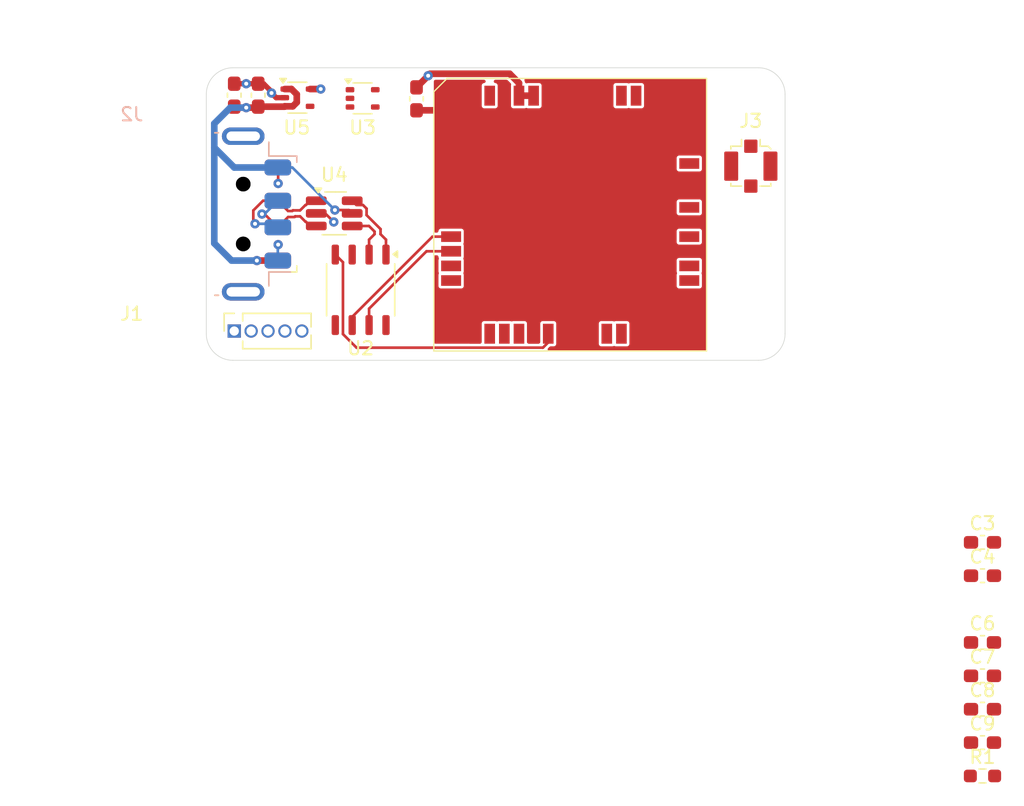
<source format=kicad_pcb>
(kicad_pcb (version 20241229) (generator "pcbnew") (generator_version "9.0")
  (layers (0 "F.Cu" signal) (4 "In1.Cu" signal) (6 "In2.Cu" signal) (8 "In3.Cu" signal) (10 "In4.Cu" signal) (2 "B.Cu" signal) (13 "F.Paste" user) (15 "B.Paste" user) (5 "F.SilkS" user "F.Silkscreen") (7 "B.SilkS" user "B.Silkscreen") (1 "F.Mask" user) (3 "B.Mask" user) (25 "Edge.Cuts" user))
  (net 0 "")
  (net 1 "GND")
  (net 2 "VBUS")
  (net 3 "+3V3")
  (net 4 "+BATT")
  (net 5 "/DN")
  (net 6 "/DP")
  (net 11 "/CTX")
  (net 15 "/PPS")
  (net 26 "/CRX")
  (net 33 "/DTP")
  (net 34 "/DTN")
  (footprint "Connector_USB:USB_A_Molex_48037-2200_Horizontal" (layer "F.Cu") (at 117 90 180)
    (property "Reference" "J1" (at 0 -7.5 0) (layer "F.SilkS"))
    (property "Value" "USB_A")
    (fp_line (start -6.515 6.11) (end -6.245 6.11) (stroke (width 0.12)) (layer "F.SilkS"))
    (fp_line (start -6.515 -6.11) (end -6.245 -6.11) (stroke (width 0.12)) (layer "F.SilkS"))
    (fp_line (start -10.3 4.36) (end -10.3 5.4) (stroke (width 0.12)) (layer "F.SilkS"))
    (fp_line (start -10.3 -5.4) (end -10.3 -4.36) (stroke (width 0.12)) (layer "F.SilkS"))
    (fp_line (start -11.92 4.36) (end -10.3 4.36) (stroke (width 0.12)) (layer "F.SilkS"))
    (fp_line (start -12.4 -4.36) (end -10.3 -4.36) (stroke (width 0.12)) (layer "F.SilkS"))
    (fp_line (start -12.4 -4.36) (end -12.4 -3.9) (stroke (width 0.12)) (layer "F.SilkS"))
    (pad "" np_thru_hole circle (at -8.375 -2.25 180) (size 1.1 1.1) (drill 1.1) (layers "*.Mask"))
    (pad "" np_thru_hole circle (at -8.375 2.25 180) (size 1.1 1.1) (drill 1.1) (layers "*.Mask"))
    (pad "1" smd roundrect (at -10.975 -3.5 180) (size 2 1.2) (layers "F.Cu" "F.Mask" "F.Paste") (net 2 "VBUS"))
    (pad "2" smd roundrect (at -10.975 -1 180) (size 2 1.2) (layers "F.Cu" "F.Mask" "F.Paste") (net 5 "/DN"))
    (pad "3" smd roundrect (at -10.975 1 180) (size 2 1.2) (layers "F.Cu" "F.Mask" "F.Paste") (net 6 "/DP"))
    (pad "4" smd roundrect (at -10.975 3.5 180) (size 2 1.2) (layers "F.Cu" "F.Mask" "F.Paste") (net 1 "GND"))
    (pad "5" thru_hole oval (at -8.375 -5.85 180) (size 3.2 1.3) (drill oval 2.5 0.7) (property pad_prop_heatsink) (layers "*.Cu" "*.Mask") (net 1 "GND"))
    (pad "5" thru_hole oval (at -8.375 5.85 180) (size 3.2 1.3) (drill oval 2.5 0.7) (property pad_prop_heatsink) (layers "*.Cu" "*.Mask") (net 1 "GND"))
  )
  (footprint "Resistor_SMD:R_0603_1608Metric_Pad0.98x0.95mm_HandSolder" (layer "F.Cu") (at 180.9375 132.26)
    (property "Reference" "R1" (at 0 -1.43 0) (layer "F.SilkS"))
    (property "Value" "R_Small")
    (fp_line (start -0.254724 -0.5225) (end 0.254724 -0.5225) (stroke (width 0.12)) (layer "F.SilkS"))
    (fp_line (start -0.254724 0.5225) (end 0.254724 0.5225) (stroke (width 0.12)) (layer "F.SilkS"))
    (pad "1" smd roundrect (at -0.9125 0) (size 0.975 0.95) (layers "F.Cu" "F.Mask" "F.Paste"))
    (pad "2" smd roundrect (at 0.9125 0) (size 0.975 0.95) (layers "F.Cu" "F.Mask" "F.Paste"))
  )
  (footprint "Package_SO:JEITA_SOIC-8_3.9x4.9mm_P1.27mm" (layer "F.Cu") (at 134.2 95.7 -90)
    (property "Reference" "U2" (at 4.4 0 180) (layer "F.SilkS"))
    (property "Value" "CH340N")
    (fp_line (start 0 2.56) (end -1.95 2.56) (stroke (width 0.12)) (layer "F.SilkS"))
    (fp_line (start 0 2.56) (end 1.95 2.56) (stroke (width 0.12)) (layer "F.SilkS"))
    (fp_line (start 0 -2.56) (end -1.95 -2.56) (stroke (width 0.12)) (layer "F.SilkS"))
    (fp_line (start 0 -2.56) (end 1.95 -2.56) (stroke (width 0.12)) (layer "F.SilkS"))
    (fp_poly (pts (xy -2.675 -2.44) (xy -2.915 -2.77) (xy -2.435 -2.77)) (stroke (width 0.12)) (fill yes) (layer "F.SilkS"))
    (pad "1" smd roundrect (at -2.65 -1.905 270) (size 1.5 0.55) (layers "F.Cu" "F.Mask" "F.Paste") (net 33 "/DTP"))
    (pad "2" smd roundrect (at -2.65 -0.635 270) (size 1.5 0.55) (layers "F.Cu" "F.Mask" "F.Paste") (net 34 "/DTN"))
    (pad "3" smd roundrect (at -2.65 0.635 270) (size 1.5 0.55) (layers "F.Cu" "F.Mask" "F.Paste") (net 1 "GND"))
    (pad "4" smd roundrect (at -2.65 1.905 270) (size 1.5 0.55) (layers "F.Cu" "F.Mask" "F.Paste") (net 15 "/PPS"))
    (pad "5" smd roundrect (at 2.65 1.905 270) (size 1.5 0.55) (layers "F.Cu" "F.Mask" "F.Paste"))
    (pad "6" smd roundrect (at 2.65 0.635 270) (size 1.5 0.55) (layers "F.Cu" "F.Mask" "F.Paste") (net 11 "/CTX"))
    (pad "7" smd roundrect (at 2.65 -0.635 270) (size 1.5 0.55) (layers "F.Cu" "F.Mask" "F.Paste") (net 26 "/CRX"))
    (pad "8" smd roundrect (at 2.65 -1.905 270) (size 1.5 0.55) (layers "F.Cu" "F.Mask" "F.Paste"))
  )
  (footprint "Connector_Coaxial:U.FL_Molex_MCRF_73412-0110_Vertical" (layer "F.Cu") (at 163.525 86.4)
    (property "Reference" "J3" (at 0 -3.4 0) (layer "F.SilkS"))
    (property "Value" "U.Fl")
    (fp_line (start -1.5 -1.5) (end -0.7 -1.5) (stroke (width 0.12)) (layer "F.SilkS"))
    (fp_line (start -1.5 -1.3) (end -1.5 -1.5) (stroke (width 0.12)) (layer "F.SilkS"))
    (fp_line (start -1.5 1.5) (end -1.5 1.3) (stroke (width 0.12)) (layer "F.SilkS"))
    (fp_line (start -0.7 -1.5) (end -0.7 -2) (stroke (width 0.12)) (layer "F.SilkS"))
    (fp_line (start -0.7 1.5) (end -1.5 1.5) (stroke (width 0.12)) (layer "F.SilkS"))
    (fp_line (start 0.7 -1.5) (end 0.7 -2) (stroke (width 0.12)) (layer "F.SilkS"))
    (fp_line (start 0.7 -1.5) (end 1.3 -1.5) (stroke (width 0.12)) (layer "F.SilkS"))
    (fp_line (start 1.3 -1.5) (end 1.5 -1.3) (stroke (width 0.12)) (layer "F.SilkS"))
    (fp_line (start 1.5 1.3) (end 1.5 1.5) (stroke (width 0.12)) (layer "F.SilkS"))
    (fp_line (start 1.5 1.5) (end 0.7 1.5) (stroke (width 0.12)) (layer "F.SilkS"))
    (pad "1" smd roundrect (at 0 1.5 180) (size 1 1) (layers "F.Cu" "F.Mask" "F.Paste") (roundrect_rratio 0.1))
    (pad "2" smd roundrect (at -1.475 0 180) (size 1.05 2.2) (layers "F.Cu" "F.Mask" "F.Paste") (roundrect_rratio 0.1))
    (pad "2" smd roundrect (at 0 -1.5 180) (size 1 1) (layers "F.Cu" "F.Mask" "F.Paste") (roundrect_rratio 0.1))
    (pad "2" smd roundrect (at 1.475 0 180) (size 1.05 2.2) (layers "F.Cu" "F.Mask" "F.Paste") (roundrect_rratio 0.1))
  )
  (footprint "Capacitor_SMD:C_0603_1608Metric_Pad1.08x0.95mm_HandSolder" (layer "F.Cu") (at 180.9375 122.22)
    (property "Reference" "C6" (at 0 -1.43 0) (layer "F.SilkS"))
    (property "Value" "100n")
    (fp_line (start -0.146267 -0.51) (end 0.146267 -0.51) (stroke (width 0.12)) (layer "F.SilkS"))
    (fp_line (start -0.146267 0.51) (end 0.146267 0.51) (stroke (width 0.12)) (layer "F.SilkS"))
    (pad "1" smd roundrect (at -0.8625 0) (size 1.075 0.95) (layers "F.Cu" "F.Mask" "F.Paste") (net 2 "VBUS"))
    (pad "2" smd roundrect (at 0.8625 0) (size 1.075 0.95) (layers "F.Cu" "F.Mask" "F.Paste") (net 1 "GND"))
  )
  (footprint "Capacitor_SMD:C_0603_1608Metric_Pad1.08x0.95mm_HandSolder" (layer "F.Cu") (at 180.9375 129.75)
    (property "Reference" "C9" (at 0 -1.43 0) (layer "F.SilkS"))
    (property "Value" "100n")
    (fp_line (start -0.146267 -0.51) (end 0.146267 -0.51) (stroke (width 0.12)) (layer "F.SilkS"))
    (fp_line (start -0.146267 0.51) (end 0.146267 0.51) (stroke (width 0.12)) (layer "F.SilkS"))
    (pad "1" smd roundrect (at -0.8625 0) (size 1.075 0.95) (layers "F.Cu" "F.Mask" "F.Paste") (net 4 "+BATT"))
    (pad "2" smd roundrect (at 0.8625 0) (size 1.075 0.95) (layers "F.Cu" "F.Mask" "F.Paste") (net 1 "GND"))
  )
  (footprint "Package_TO_SOT_SMD:SOT-23-6_Handsoldering" (layer "F.Cu") (at 132.215116 89.95)
    (property "Reference" "U4" (at 0 -2.9 0) (layer "F.SilkS"))
    (property "Value" "USBLC6-2SC6")
    (fp_line (start -0.9 1.61) (end 0.9 1.61) (stroke (width 0.12)) (layer "F.SilkS"))
    (fp_line (start 0.1 -1.61) (end -0.7 -1.61) (stroke (width 0.12)) (layer "F.SilkS"))
    (fp_line (start 0.1 -1.61) (end 0.9 -1.61) (stroke (width 0.12)) (layer "F.SilkS"))
    (fp_poly (pts (xy -1.2 -1.56) (xy -1.44 -1.89) (xy -0.96 -1.89) (xy -1.2 -1.56)) (stroke (width 0.12)) (fill yes) (layer "F.SilkS"))
    (pad "1" smd roundrect (at -1.35 -0.95) (size 1.56 0.65) (layers "F.Cu" "F.Mask" "F.Paste") (net 6 "/DP"))
    (pad "2" smd roundrect (at -1.35 0) (size 1.56 0.65) (layers "F.Cu" "F.Mask" "F.Paste") (net 1 "GND"))
    (pad "3" smd roundrect (at -1.35 0.95) (size 1.56 0.65) (layers "F.Cu" "F.Mask" "F.Paste") (net 5 "/DN"))
    (pad "4" smd roundrect (at 1.35 0.95) (size 1.56 0.65) (layers "F.Cu" "F.Mask" "F.Paste") (net 34 "/DTN"))
    (pad "5" smd roundrect (at 1.35 0) (size 1.56 0.65) (layers "F.Cu" "F.Mask" "F.Paste") (net 2 "VBUS"))
    (pad "6" smd roundrect (at 1.35 -0.95) (size 1.56 0.65) (layers "F.Cu" "F.Mask" "F.Paste") (net 33 "/DTP"))
  )
  (footprint "Connector_PinSocket_1.27mm:PinSocket_1x05_P1.27mm_Vertical" (layer "F.Cu") (at 124.7 98.8 90)
    (property "Reference" "J4" (hide yes))
    (property "Value" "EXT")
    (fp_line (start 1.33 -0.76) (end 1.33 0) (stroke (width 0.12)) (layer "F.SilkS"))
    (fp_line (start 0 -0.76) (end 1.33 -0.76) (stroke (width 0.12)) (layer "F.SilkS"))
    (fp_line (start 1.33 0.635) (end 1.33 5.775) (stroke (width 0.12)) (layer "F.SilkS"))
    (fp_line (start 0.76 0.635) (end 1.33 0.635) (stroke (width 0.12)) (layer "F.SilkS"))
    (fp_line (start -1.33 0.635) (end -0.76 0.635) (stroke (width 0.12)) (layer "F.SilkS"))
    (fp_line (start -1.33 0.635) (end -1.33 5.775) (stroke (width 0.12)) (layer "F.SilkS"))
    (fp_line (start 0.30753 5.775) (end 1.33 5.775) (stroke (width 0.12)) (layer "F.SilkS"))
    (fp_line (start -1.33 5.775) (end -0.30753 5.775) (stroke (width 0.12)) (layer "F.SilkS"))
    (pad "1" thru_hole rect (at 0 0 90) (size 1 1) (drill 0.7) (layers "*.Cu" "*.Mask"))
    (pad "2" thru_hole circle (at 0 1.27 90) (size 1 1) (drill 0.7) (layers "*.Cu" "*.Mask"))
    (pad "3" thru_hole circle (at 0 2.54 90) (size 1 1) (drill 0.7) (layers "*.Cu" "*.Mask"))
    (pad "4" thru_hole circle (at 0 3.81 90) (size 1 1) (drill 0.7) (layers "*.Cu" "*.Mask"))
    (pad "5" thru_hole circle (at 0 5.08 90) (size 1 1) (drill 0.7) (layers "*.Cu" "*.Mask"))
  )
  (footprint "Capacitor_SMD:C_0603_1608Metric_Pad1.08x0.95mm_HandSolder" (layer "F.Cu") (at 180.9375 117.2)
    (property "Reference" "C4" (at 0 -1.43 0) (layer "F.SilkS"))
    (property "Value" "100n")
    (fp_line (start -0.146267 -0.51) (end 0.146267 -0.51) (stroke (width 0.12)) (layer "F.SilkS"))
    (fp_line (start -0.146267 0.51) (end 0.146267 0.51) (stroke (width 0.12)) (layer "F.SilkS"))
    (pad "1" smd roundrect (at -0.8625 0) (size 1.075 0.95) (layers "F.Cu" "F.Mask" "F.Paste") (net 3 "+3V3"))
    (pad "2" smd roundrect (at 0.8625 0) (size 1.075 0.95) (layers "F.Cu" "F.Mask" "F.Paste") (net 1 "GND"))
  )
  (footprint "Capacitor_SMD:C_0603_1608Metric_Pad1.08x0.95mm_HandSolder" (layer "F.Cu") (at 180.9375 114.69)
    (property "Reference" "C3" (at 0 -1.43 0) (layer "F.SilkS"))
    (property "Value" "4.7u")
    (fp_line (start -0.146267 -0.51) (end 0.146267 -0.51) (stroke (width 0.12)) (layer "F.SilkS"))
    (fp_line (start -0.146267 0.51) (end 0.146267 0.51) (stroke (width 0.12)) (layer "F.SilkS"))
    (pad "1" smd roundrect (at -0.8625 0) (size 1.075 0.95) (layers "F.Cu" "F.Mask" "F.Paste") (net 3 "+3V3"))
    (pad "2" smd roundrect (at 0.8625 0) (size 1.075 0.95) (layers "F.Cu" "F.Mask" "F.Paste") (net 1 "GND"))
  )
  (footprint "Capacitor_SMD:C_0603_1608Metric_Pad1.08x0.95mm_HandSolder" (layer "F.Cu") (at 180.9375 127.24)
    (property "Reference" "C8" (at 0 -1.43 0) (layer "F.SilkS"))
    (property "Value" "4.7u")
    (fp_line (start -0.146267 -0.51) (end 0.146267 -0.51) (stroke (width 0.12)) (layer "F.SilkS"))
    (fp_line (start -0.146267 0.51) (end 0.146267 0.51) (stroke (width 0.12)) (layer "F.SilkS"))
    (pad "1" smd roundrect (at -0.8625 0) (size 1.075 0.95) (layers "F.Cu" "F.Mask" "F.Paste") (net 4 "+BATT"))
    (pad "2" smd roundrect (at 0.8625 0) (size 1.075 0.95) (layers "F.Cu" "F.Mask" "F.Paste") (net 1 "GND"))
  )
  (footprint "Capacitor_SMD:C_0603_1608Metric_Pad1.08x0.95mm_HandSolder" (layer "F.Cu") (at 138.4 81.3375 90)
    (property "Reference" "C5" (hide yes))
    (property "Value" "100n")
    (fp_line (start -0.146267 -0.51) (end 0.146267 -0.51) (stroke (width 0.12)) (layer "F.SilkS"))
    (fp_line (start -0.146267 0.51) (end 0.146267 0.51) (stroke (width 0.12)) (layer "F.SilkS"))
    (pad "1" smd roundrect (at -0.8625 0 90) (size 1.075 0.95) (layers "F.Cu" "F.Mask" "F.Paste") (net 1 "GND"))
    (pad "2" smd roundrect (at 0.8625 0 90) (size 1.075 0.95) (layers "F.Cu" "F.Mask" "F.Paste") (net 3 "+3V3"))
  )
  (footprint "Capacitor_SMD:C_0603_1608Metric_Pad1.08x0.95mm_HandSolder" (layer "F.Cu") (at 124.7 81.0625 90)
    (property "Reference" "C2" (hide yes))
    (property "Value" "100n")
    (fp_line (start -0.146267 -0.51) (end 0.146267 -0.51) (stroke (width 0.12)) (layer "F.SilkS"))
    (fp_line (start -0.146267 0.51) (end 0.146267 0.51) (stroke (width 0.12)) (layer "F.SilkS"))
    (pad "1" smd roundrect (at -0.8625 0 90) (size 1.075 0.95) (layers "F.Cu" "F.Mask" "F.Paste") (net 2 "VBUS"))
    (pad "2" smd roundrect (at 0.8625 0 90) (size 1.075 0.95) (layers "F.Cu" "F.Mask" "F.Paste") (net 1 "GND"))
  )
  (footprint "Package_TO_SOT_SMD:SOT-353_SC-70-5" (layer "F.Cu") (at 129.45 81.25)
    (property "Reference" "U5" (at -0.05 2.25 0) (layer "F.SilkS"))
    (property "Value" "MIC5365-3.3YC5")
    (fp_line (start -0.71 -1.16) (end 0.7 -1.16) (stroke (width 0.12)) (layer "F.SilkS"))
    (fp_line (start -0.7 1.16) (end 0.7 1.16) (stroke (width 0.12)) (layer "F.SilkS"))
    (fp_poly (pts (xy -1.08 -1.11) (xy -1.32 -1.44) (xy -0.84 -1.44) (xy -1.08 -1.11)) (stroke (width 0.12)) (fill yes) (layer "F.SilkS"))
    (pad "1" smd roundrect (at -0.95 -0.65) (size 0.65 0.4) (layers "F.Cu" "F.Mask" "F.Paste") (net 2 "VBUS"))
    (pad "2" smd roundrect (at -0.95 0) (size 0.65 0.4) (layers "F.Cu" "F.Mask" "F.Paste") (net 1 "GND"))
    (pad "3" smd roundrect (at -0.95 0.65) (size 0.65 0.4) (layers "F.Cu" "F.Mask" "F.Paste") (net 2 "VBUS"))
    (pad "4" smd roundrect (at 0.95 0.65) (size 0.65 0.4) (layers "F.Cu" "F.Mask" "F.Paste"))
    (pad "5" smd roundrect (at 0.95 -0.65) (size 0.65 0.4) (layers "F.Cu" "F.Mask" "F.Paste") (net 3 "+3V3"))
  )
  (footprint "Package_TO_SOT_SMD:SOT-353_SC-70-5" (layer "F.Cu") (at 134.35 81.3)
    (property "Reference" "U3" (at 0 2.2 0) (layer "F.SilkS"))
    (property "Value" "MIC5365-2.85YC5")
    (fp_line (start -0.71 -1.16) (end 0.7 -1.16) (stroke (width 0.12)) (layer "F.SilkS"))
    (fp_line (start -0.7 1.16) (end 0.7 1.16) (stroke (width 0.12)) (layer "F.SilkS"))
    (fp_poly (pts (xy -1.08 -1.11) (xy -1.32 -1.44) (xy -0.84 -1.44) (xy -1.08 -1.11)) (stroke (width 0.12)) (fill yes) (layer "F.SilkS"))
    (pad "1" smd roundrect (at -0.95 -0.65) (size 0.65 0.4) (layers "F.Cu" "F.Mask" "F.Paste") (net 2 "VBUS"))
    (pad "2" smd roundrect (at -0.95 0) (size 0.65 0.4) (layers "F.Cu" "F.Mask" "F.Paste") (net 1 "GND"))
    (pad "3" smd roundrect (at -0.95 0.65) (size 0.65 0.4) (layers "F.Cu" "F.Mask" "F.Paste") (net 2 "VBUS"))
    (pad "4" smd roundrect (at 0.95 0.65) (size 0.65 0.4) (layers "F.Cu" "F.Mask" "F.Paste"))
    (pad "5" smd roundrect (at 0.95 -0.65) (size 0.65 0.4) (layers "F.Cu" "F.Mask" "F.Paste") (net 4 "+BATT"))
  )
  (footprint "Capacitor_SMD:C_0603_1608Metric_Pad1.08x0.95mm_HandSolder" (layer "F.Cu") (at 126.5 81.0625 90)
    (property "Reference" "C1" (hide yes))
    (property "Value" "4.7u")
    (fp_line (start -0.146267 -0.51) (end 0.146267 -0.51) (stroke (width 0.12)) (layer "F.SilkS"))
    (fp_line (start -0.146267 0.51) (end 0.146267 0.51) (stroke (width 0.12)) (layer "F.SilkS"))
    (pad "1" smd roundrect (at -0.8625 0 90) (size 1.075 0.95) (layers "F.Cu" "F.Mask" "F.Paste") (net 2 "VBUS"))
    (pad "2" smd roundrect (at 0.8625 0 90) (size 1.075 0.95) (layers "F.Cu" "F.Mask" "F.Paste") (net 1 "GND"))
  )
  (footprint "DAN-F10N:DAN-F10N" (layer "F.Cu") (at 149.95 90.05)
    (property "Reference" "U1")
    (property "Value" "DAN-F10N")
    (fp_line (start -10.25 -9.25) (end -10.25 10.25) (stroke (width 0.1)) (layer "F.SilkS"))
    (fp_line (start -10.25 10.25) (end 10.25 10.25) (stroke (width 0.1)) (layer "F.SilkS"))
    (fp_line (start -9.25 -10.25) (end -10.25 -9.25) (stroke (width 0.1)) (layer "F.SilkS"))
    (fp_line (start 10.25 -10.25) (end -9.25 -10.25) (stroke (width 0.1)) (layer "F.SilkS"))
    (fp_line (start 10.25 10.25) (end 10.25 -10.25) (stroke (width 0.1)) (layer "F.SilkS"))
    (pad "1" smd rect (at -8.95 -7.15) (size 1.5 0.8) (layers "F.Cu" "F.Mask" "F.Paste") (net 1 "GND"))
    (pad "2" smd rect (at -8.95 -6.05) (size 1.5 0.8) (layers "F.Cu" "F.Mask" "F.Paste") (net 1 "GND"))
    (pad "3" smd rect (at -8.95 -4.95) (size 1.5 0.8) (layers "F.Cu" "F.Mask" "F.Paste") (net 1 "GND"))
    (pad "4" smd rect (at -8.95 -3.85) (size 1.5 0.8) (layers "F.Cu" "F.Mask" "F.Paste") (net 1 "GND"))
    (pad "5" smd rect (at -8.95 -2.75) (size 1.5 0.8) (layers "F.Cu" "F.Mask" "F.Paste") (net 1 "GND"))
    (pad "6" smd rect (at -8.95 -1.65) (size 1.5 0.8) (layers "F.Cu" "F.Mask" "F.Paste") (net 1 "GND"))
    (pad "7" smd rect (at -8.95 -0.55) (size 1.5 0.8) (layers "F.Cu" "F.Mask" "F.Paste") (net 1 "GND"))
    (pad "8" smd rect (at -8.95 0.55) (size 1.5 0.8) (layers "F.Cu" "F.Mask" "F.Paste") (net 1 "GND"))
    (pad "9" smd rect (at -8.95 1.65) (size 1.5 0.8) (layers "F.Cu" "F.Mask" "F.Paste") (net 11 "/CTX"))
    (pad "10" smd rect (at -8.95 2.75) (size 1.5 0.8) (layers "F.Cu" "F.Mask" "F.Paste") (net 26 "/CRX"))
    (pad "11" smd rect (at -8.95 3.85) (size 1.5 0.8) (layers "F.Cu" "F.Mask" "F.Paste"))
    (pad "12" smd rect (at -8.95 4.95) (size 1.5 0.8) (layers "F.Cu" "F.Mask" "F.Paste"))
    (pad "13" smd rect (at -8.95 6.05) (size 1.5 0.8) (layers "F.Cu" "F.Mask" "F.Paste") (net 1 "GND"))
    (pad "14" smd rect (at -8.95 7.15) (size 1.5 0.8) (layers "F.Cu" "F.Mask" "F.Paste") (net 1 "GND"))
    (pad "15" smd rect (at -7.15 8.95 90) (size 1.5 0.8) (layers "F.Cu" "F.Mask" "F.Paste") (net 1 "GND"))
    (pad "16" smd rect (at -6.05 8.95 90) (size 1.5 0.8) (layers "F.Cu" "F.Mask" "F.Paste"))
    (pad "17" smd rect (at -4.95 8.95 90) (size 1.5 0.8) (layers "F.Cu" "F.Mask" "F.Paste"))
    (pad "18" smd rect (at -3.85 8.95 90) (size 1.5 0.8) (layers "F.Cu" "F.Mask" "F.Paste"))
    (pad "19" smd rect (at -2.75 8.95 90) (size 1.5 0.8) (layers "F.Cu" "F.Mask" "F.Paste") (net 1 "GND"))
    (pad "20" smd rect (at -1.65 8.95 90) (size 1.5 0.8) (layers "F.Cu" "F.Mask" "F.Paste") (net 15 "/PPS"))
    (pad "21" smd rect (at -0.55 8.95 90) (size 1.5 0.8) (layers "F.Cu" "F.Mask" "F.Paste") (net 1 "GND"))
    (pad "22" smd rect (at 0.55 8.95 90) (size 1.5 0.8) (layers "F.Cu" "F.Mask" "F.Paste") (net 1 "GND"))
    (pad "23" smd rect (at 1.65 8.95 90) (size 1.5 0.8) (layers "F.Cu" "F.Mask" "F.Paste") (net 1 "GND"))
    (pad "24" smd rect (at 2.75 8.95 90) (size 1.5 0.8) (layers "F.Cu" "F.Mask" "F.Paste"))
    (pad "25" smd rect (at 3.85 8.95 90) (size 1.5 0.8) (layers "F.Cu" "F.Mask" "F.Paste"))
    (pad "26" smd rect (at 4.95 8.95 90) (size 1.5 0.8) (layers "F.Cu" "F.Mask" "F.Paste") (net 1 "GND"))
    (pad "27" smd rect (at 6.05 8.95 90) (size 1.5 0.8) (layers "F.Cu" "F.Mask" "F.Paste") (net 1 "GND"))
    (pad "28" smd rect (at 7.15 8.95 90) (size 1.5 0.8) (layers "F.Cu" "F.Mask" "F.Paste") (net 1 "GND"))
    (pad "29" smd rect (at 8.95 7.15 180) (size 1.5 0.8) (layers "F.Cu" "F.Mask" "F.Paste") (net 1 "GND"))
    (pad "30" smd rect (at 8.95 6.05 180) (size 1.5 0.8) (layers "F.Cu" "F.Mask" "F.Paste") (net 1 "GND"))
    (pad "31" smd rect (at 8.95 4.95 180) (size 1.5 0.8) (layers "F.Cu" "F.Mask" "F.Paste"))
    (pad "32" smd rect (at 8.95 3.85 180) (size 1.5 0.8) (layers "F.Cu" "F.Mask" "F.Paste"))
    (pad "33" smd rect (at 8.95 2.75 180) (size 1.5 0.8) (layers "F.Cu" "F.Mask" "F.Paste") (net 1 "GND"))
    (pad "34" smd rect (at 8.95 1.65 180) (size 1.5 0.8) (layers "F.Cu" "F.Mask" "F.Paste"))
    (pad "35" smd rect (at 8.95 0.55 180) (size 1.5 0.8) (layers "F.Cu" "F.Mask" "F.Paste") (net 1 "GND"))
    (pad "36" smd rect (at 8.95 -0.55 180) (size 1.5 0.8) (layers "F.Cu" "F.Mask" "F.Paste"))
    (pad "37" smd rect (at 8.95 -1.65 180) (size 1.5 0.8) (layers "F.Cu" "F.Mask" "F.Paste") (net 1 "GND"))
    (pad "38" smd rect (at 8.95 -2.75 180) (size 1.5 0.8) (layers "F.Cu" "F.Mask" "F.Paste") (net 1 "GND"))
    (pad "39" smd rect (at 8.95 -3.85 180) (size 1.5 0.8) (layers "F.Cu" "F.Mask" "F.Paste"))
    (pad "40" smd rect (at 8.95 -4.95 180) (size 1.5 0.8) (layers "F.Cu" "F.Mask" "F.Paste") (net 1 "GND"))
    (pad "41" smd rect (at 8.95 -6.05 180) (size 1.5 0.8) (layers "F.Cu" "F.Mask" "F.Paste") (net 1 "GND"))
    (pad "42" smd rect (at 8.95 -7.15 180) (size 1.5 0.8) (layers "F.Cu" "F.Mask" "F.Paste") (net 1 "GND"))
    (pad "43" smd rect (at 7.15 -8.95 270) (size 1.5 0.8) (layers "F.Cu" "F.Mask" "F.Paste") (net 1 "GND"))
    (pad "44" smd rect (at 6.05 -8.95 270) (size 1.5 0.8) (layers "F.Cu" "F.Mask" "F.Paste") (net 1 "GND"))
    (pad "45" smd rect (at 4.95 -8.95 270) (size 1.5 0.8) (layers "F.Cu" "F.Mask" "F.Paste"))
    (pad "46" smd rect (at 3.85 -8.95 270) (size 1.5 0.8) (layers "F.Cu" "F.Mask" "F.Paste"))
    (pad "47" smd rect (at 2.75 -8.95 270) (size 1.5 0.8) (layers "F.Cu" "F.Mask" "F.Paste") (net 1 "GND"))
    (pad "48" smd rect (at 1.65 -8.95 270) (size 1.5 0.8) (layers "F.Cu" "F.Mask" "F.Paste") (net 1 "GND"))
    (pad "49" smd rect (at 0.55 -8.95 270) (size 1.5 0.8) (layers "F.Cu" "F.Mask" "F.Paste") (net 1 "GND"))
    (pad "50" smd rect (at -0.55 -8.95 270) (size 1.5 0.8) (layers "F.Cu" "F.Mask" "F.Paste") (net 1 "GND"))
    (pad "51" smd rect (at -1.65 -8.95 270) (size 1.5 0.8) (layers "F.Cu" "F.Mask" "F.Paste") (net 1 "GND"))
    (pad "52" smd rect (at -2.75 -8.95 270) (size 1.5 0.8) (layers "F.Cu" "F.Mask" "F.Paste") (net 3 "+3V3"))
    (pad "53" smd rect (at -3.85 -8.95 270) (size 1.5 0.8) (layers "F.Cu" "F.Mask" "F.Paste") (net 3 "+3V3"))
    (pad "54" smd rect (at -4.95 -8.95 270) (size 1.5 0.8) (layers "F.Cu" "F.Mask" "F.Paste") (net 1 "GND"))
    (pad "55" smd rect (at -6.05 -8.95 270) (size 1.5 0.8) (layers "F.Cu" "F.Mask" "F.Paste"))
    (pad "56" smd rect (at -7.15 -8.95 270) (size 1.5 0.8) (layers "F.Cu" "F.Mask" "F.Paste") (net 1 "GND"))
    (pad "57" smd rect (at -6.65 -4.75 90) (size 1.1 1.1) (layers "F.Cu" "F.Mask" "F.Paste") (net 1 "GND"))
    (pad "57" smd rect (at -6.65 -2.85 180) (size 1.1 1.1) (layers "F.Cu" "F.Mask" "F.Paste") (net 1 "GND"))
    (pad "57" smd rect (at -6.65 -0.95 180) (size 1.1 1.1) (layers "F.Cu" "F.Mask" "F.Paste") (net 1 "GND"))
    (pad "57" smd rect (at -6.65 0.95 180) (size 1.1 1.1) (layers "F.Cu" "F.Mask" "F.Paste") (net 1 "GND"))
    (pad "57" smd rect (at -6.65 2.85 180) (size 1.1 1.1) (layers "F.Cu" "F.Mask" "F.Paste") (net 1 "GND"))
    (pad "57" smd rect (at -6.65 4.75 270) (size 1.1 1.1) (layers "F.Cu" "F.Mask" "F.Paste") (net 1 "GND"))
    (pad "57" smd rect (at -4.75 -6.65 180) (size 1.1 1.1) (layers "F.Cu" "F.Mask" "F.Paste") (net 1 "GND"))
    (pad "57" smd rect (at -4.75 -4.75 90) (size 1.1 1.1) (layers "F.Cu" "F.Mask" "F.Paste") (net 1 "GND"))
    (pad "57" smd rect (at -4.75 -2.85 180) (size 1.1 1.1) (layers "F.Cu" "F.Mask" "F.Paste") (net 1 "GND"))
    (pad "57" smd rect (at -4.75 -0.95 180) (size 1.1 1.1) (layers "F.Cu" "F.Mask" "F.Paste") (net 1 "GND"))
    (pad "57" smd rect (at -4.75 0.95 180) (size 1.1 1.1) (layers "F.Cu" "F.Mask" "F.Paste") (net 1 "GND"))
    (pad "57" smd rect (at -4.75 2.85 180) (size 1.1 1.1) (layers "F.Cu" "F.Mask" "F.Paste") (net 1 "GND"))
    (pad "57" smd rect (at -4.75 4.75 180) (size 1.1 1.1) (layers "F.Cu" "F.Mask" "F.Paste") (net 1 "GND"))
    (pad "57" smd rect (at -4.75 6.65 180) (size 1.1 1.1) (layers "F.Cu" "F.Mask" "F.Paste") (net 1 "GND"))
    (pad "57" smd rect (at -2.85 -6.65 90) (size 1.1 1.1) (layers "F.Cu" "F.Mask" "F.Paste") (net 1 "GND"))
    (pad "57" smd rect (at -2.85 -4.75 90) (size 1.1 1.1) (layers "F.Cu" "F.Mask" "F.Paste") (net 1 "GND"))
    (pad "57" smd rect (at -2.85 4.75 270) (size 1.1 1.1) (layers "F.Cu" "F.Mask" "F.Paste") (net 1 "GND"))
    (pad "57" smd rect (at -2.85 6.65 270) (size 1.1 1.1) (layers "F.Cu" "F.Mask" "F.Paste") (net 1 "GND"))
    (pad "57" smd rect (at -0.95 -6.65 90) (size 1.1 1.1) (layers "F.Cu" "F.Mask" "F.Paste") (net 1 "GND"))
    (pad "57" smd rect (at -0.95 -4.75 90) (size 1.1 1.1) (layers "F.Cu" "F.Mask" "F.Paste") (net 1 "GND"))
    (pad "57" smd rect (at -0.95 4.75 270) (size 1.1 1.1) (layers "F.Cu" "F.Mask" "F.Paste") (net 1 "GND"))
    (pad "57" smd rect (at -0.95 6.65 270) (size 1.1 1.1) (layers "F.Cu" "F.Mask" "F.Paste") (net 1 "GND"))
    (pad "57" smd rect (at 0.95 -6.65 90) (size 1.1 1.1) (layers "F.Cu" "F.Mask" "F.Paste") (net 1 "GND"))
    (pad "57" smd rect (at 0.95 -4.75 90) (size 1.1 1.1) (layers "F.Cu" "F.Mask" "F.Paste") (net 1 "GND"))
    (pad "57" smd rect (at 0.95 4.75 270) (size 1.1 1.1) (layers "F.Cu" "F.Mask" "F.Paste") (net 1 "GND"))
    (pad "57" smd rect (at 0.95 6.65 270) (size 1.1 1.1) (layers "F.Cu" "F.Mask" "F.Paste") (net 1 "GND"))
    (pad "57" smd rect (at 2.85 -6.65 90) (size 1.1 1.1) (layers "F.Cu" "F.Mask" "F.Paste") (net 1 "GND"))
    (pad "57" smd rect (at 2.85 -4.75 90) (size 1.1 1.1) (layers "F.Cu" "F.Mask" "F.Paste") (net 1 "GND"))
    (pad "57" smd rect (at 2.85 4.75 270) (size 1.1 1.1) (layers "F.Cu" "F.Mask" "F.Paste") (net 1 "GND"))
    (pad "57" smd rect (at 2.85 6.65 270) (size 1.1 1.1) (layers "F.Cu" "F.Mask" "F.Paste") (net 1 "GND"))
    (pad "57" smd rect (at 4.75 -6.65) (size 1.1 1.1) (layers "F.Cu" "F.Mask" "F.Paste") (net 1 "GND"))
    (pad "57" smd rect (at 4.75 -4.75) (size 1.1 1.1) (layers "F.Cu" "F.Mask" "F.Paste") (net 1 "GND"))
    (pad "57" smd rect (at 4.75 -2.85) (size 1.1 1.1) (layers "F.Cu" "F.Mask" "F.Paste") (net 1 "GND"))
    (pad "57" smd rect (at 4.75 -0.95) (size 1.1 1.1) (layers "F.Cu" "F.Mask" "F.Paste") (net 1 "GND"))
    (pad "57" smd rect (at 4.75 0.95) (size 1.1 1.1) (layers "F.Cu" "F.Mask" "F.Paste") (net 1 "GND"))
    (pad "57" smd rect (at 4.75 2.85) (size 1.1 1.1) (layers "F.Cu" "F.Mask" "F.Paste") (net 1 "GND"))
    (pad "57" smd rect (at 4.75 4.75) (size 1.1 1.1) (layers "F.Cu" "F.Mask" "F.Paste") (net 1 "GND"))
    (pad "57" smd rect (at 4.75 6.65) (size 1.1 1.1) (layers "F.Cu" "F.Mask" "F.Paste") (net 1 "GND"))
    (pad "57" smd rect (at 6.65 -4.75 90) (size 1.1 1.1) (layers "F.Cu" "F.Mask" "F.Paste") (net 1 "GND"))
    (pad "57" smd rect (at 6.65 -2.85) (size 1.1 1.1) (layers "F.Cu" "F.Mask" "F.Paste") (net 1 "GND"))
    (pad "57" smd rect (at 6.65 -0.95) (size 1.1 1.1) (layers "F.Cu" "F.Mask" "F.Paste") (net 1 "GND"))
    (pad "57" smd rect (at 6.65 0.95) (size 1.1 1.1) (layers "F.Cu" "F.Mask" "F.Paste") (net 1 "GND"))
    (pad "57" smd rect (at 6.65 2.85) (size 1.1 1.1) (layers "F.Cu" "F.Mask" "F.Paste") (net 1 "GND"))
    (pad "57" smd rect (at 6.65 4.75) (size 1.1 1.1) (layers "F.Cu" "F.Mask" "F.Paste") (net 1 "GND"))
  )
  (footprint "Capacitor_SMD:C_0603_1608Metric_Pad1.08x0.95mm_HandSolder" (layer "F.Cu") (at 180.9375 124.73)
    (property "Reference" "C7" (at 0 -1.43 0) (layer "F.SilkS"))
    (property "Value" "4.7u")
    (fp_line (start -0.146267 -0.51) (end 0.146267 -0.51) (stroke (width 0.12)) (layer "F.SilkS"))
    (fp_line (start -0.146267 0.51) (end 0.146267 0.51) (stroke (width 0.12)) (layer "F.SilkS"))
    (pad "1" smd roundrect (at -0.8625 0) (size 1.075 0.95) (layers "F.Cu" "F.Mask" "F.Paste") (net 2 "VBUS"))
    (pad "2" smd roundrect (at 0.8625 0) (size 1.075 0.95) (layers "F.Cu" "F.Mask" "F.Paste") (net 1 "GND"))
  )
  (footprint "Connector_USB:USB_A_Molex_48037-2200_Horizontal" (layer "B.Cu") (at 117 90 180)
    (property "Reference" "J2" (at 0 7.5 0) (layer "B.SilkS") (effects (justify mirror)))
    (property "Value" "USB_A")
    (fp_line (start -6.515 6.11) (end -6.245 6.11) (stroke (width 0.12)) (layer "B.SilkS"))
    (fp_line (start -6.515 -6.11) (end -6.245 -6.11) (stroke (width 0.12)) (layer "B.SilkS"))
    (fp_line (start -10.3 5.4) (end -10.3 4.36) (stroke (width 0.12)) (layer "B.SilkS"))
    (fp_line (start -10.3 -4.36) (end -10.3 -5.4) (stroke (width 0.12)) (layer "B.SilkS"))
    (fp_line (start -11.92 -4.36) (end -10.3 -4.36) (stroke (width 0.12)) (layer "B.SilkS"))
    (fp_line (start -12.4 4.36) (end -10.3 4.36) (stroke (width 0.12)) (layer "B.SilkS"))
    (fp_line (start -12.4 4.36) (end -12.4 3.9) (stroke (width 0.12)) (layer "B.SilkS"))
    (pad "" np_thru_hole circle (at -8.375 -2.25 180) (size 1.1 1.1) (drill 1.1) (layers "*.Mask"))
    (pad "" np_thru_hole circle (at -8.375 2.25 180) (size 1.1 1.1) (drill 1.1) (layers "*.Mask"))
    (pad "1" smd roundrect (at -10.975 3.5 180) (size 2 1.2) (layers "B.Cu" "B.Mask" "B.Paste") (net 2 "VBUS"))
    (pad "2" smd roundrect (at -10.975 1 180) (size 2 1.2) (layers "B.Cu" "B.Mask" "B.Paste") (net 5 "/DN"))
    (pad "3" smd roundrect (at -10.975 -1 180) (size 2 1.2) (layers "B.Cu" "B.Mask" "B.Paste") (net 6 "/DP"))
    (pad "4" smd roundrect (at -10.975 -3.5 180) (size 2 1.2) (layers "B.Cu" "B.Mask" "B.Paste") (net 1 "GND"))
    (pad "5" thru_hole oval (at -8.375 -5.85 180) (size 3.2 1.3) (drill oval 2.5 0.7) (property pad_prop_heatsink) (layers "*.Cu" "*.Mask") (net 1 "GND"))
    (pad "5" thru_hole oval (at -8.375 5.85 180) (size 3.2 1.3) (drill oval 2.5 0.7) (property pad_prop_heatsink) (layers "*.Cu" "*.Mask") (net 1 "GND"))
  )
  (gr_arc (start 122.6 81) (mid 123.185786 79.585786) (end 124.6 79) (stroke (width 0.05)) (layer "Edge.Cuts"))
  (gr_line (start 166.1 81) (end 166.1 99) (stroke (width 0.05)) (layer "Edge.Cuts"))
  (gr_arc (start 124.6 101) (mid 123.185786 100.414214) (end 122.6 99) (stroke (width 0.05)) (layer "Edge.Cuts"))
  (gr_line (start 124.6 79) (end 164.1 79) (stroke (width 0.05)) (layer "Edge.Cuts"))
  (gr_arc (start 164.1 79) (mid 165.514214 79.585786) (end 166.1 81) (stroke (width 0.05)) (layer "Edge.Cuts"))
  (gr_arc (start 166.1 99) (mid 165.514214 100.414214) (end 164.1 101) (stroke (width 0.05)) (layer "Edge.Cuts"))
  (gr_line (start 164.1 101) (end 124.6 101) (stroke (width 0.05)) (layer "Edge.Cuts"))
  (gr_line (start 122.6 99) (end 122.6 81) (stroke (width 0.05)) (layer "Edge.Cuts"))
  (segment (start 127.5 80.8) (end 126.9 80.2) (width 0.4) (layer "F.Cu") (net 1))
  (segment (start 128 87.7) (end 128 86.525) (width 0.2) (layer "F.Cu") (net 1))
  (segment (start 131.534883 89.95) (end 130.865116 89.95) (width 0.2) (layer "F.Cu") (net 1))
  (segment (start 138.4 82.2) (end 140.3 82.2) (width 0.5) (layer "F.Cu") (net 1))
  (segment (start 128.5 81.25) (end 127.85 81.25) (width 0.4) (layer "F.Cu") (net 1))
  (segment (start 132.18094 90.596057) (end 131.534883 89.95) (width 0.2) (layer "F.Cu") (net 1))
  (segment (start 127.5 80.9) (end 127.5 80.8) (width 0.4) (layer "F.Cu") (net 1))
  (segment (start 127.85 81.25) (end 127.5 80.9) (width 0.4) (layer "F.Cu") (net 1))
  (segment (start 128 86.525) (end 127.975 86.5) (width 0.2) (layer "F.Cu") (net 1))
  (segment (start 140.3 82.2) (end 141 82.9) (width 0.2) (layer "F.Cu") (net 1))
  (segment (start 126.9 80.2) (end 124.7 80.2) (width 0.4) (layer "F.Cu") (net 1))
  (via (at 132.18094 90.596057) (size 0.7) (drill 0.3) (layers "F.Cu" "B.Cu") (net 1))
  (via (at 128 87.7) (size 0.7) (drill 0.3) (layers "F.Cu" "B.Cu") (net 1))
  (via (at 128 92.3) (size 0.7) (drill 0.3) (layers "F.Cu" "B.Cu") (net 1))
  (via (at 127.5 80.9) (size 0.7) (drill 0.3) (layers "F.Cu" "B.Cu") (net 1))
  (via (at 125.6 80.2) (size 0.7) (drill 0.3) (layers "F.Cu" "B.Cu") (net 1))
  (segment (start 127.975 92.325) (end 128 92.3) (width 0.2) (layer "B.Cu") (net 1))
  (segment (start 127.975 93.5) (end 127.975 92.325) (width 0.2) (layer "B.Cu") (net 1))
  (segment (start 133.315116 89.7) (end 133.565116 89.95) (width 0.2) (layer "F.Cu") (net 2))
  (segment (start 128.475 81.925) (end 128.5 81.9) (width 0.5) (layer "F.Cu") (net 2))
  (segment (start 129 80.6) (end 128.5 80.6) (width 0.5) (layer "F.Cu") (net 2))
  (segment (start 128.5 81.9) (end 129.1 81.9) (width 0.5) (layer "F.Cu") (net 2))
  (segment (start 129.4 81.6) (end 129.4 81) (width 0.5) (layer "F.Cu") (net 2))
  (segment (start 125.6 82) (end 126.425 82) (width 0.5) (layer "F.Cu") (net 2))
  (segment (start 126.425 82) (end 126.5 81.925) (width 0.5) (layer "F.Cu") (net 2))
  (segment (start 125.6 82) (end 124.775 82) (width 0.5) (layer "F.Cu") (net 2))
  (segment (start 126.4 93.5) (end 127.975 93.5) (width 0.5) (layer "F.Cu") (net 2))
  (segment (start 124.775 82) (end 124.7 81.925) (width 0.5) (layer "F.Cu") (net 2))
  (segment (start 129.4 81) (end 129 80.6) (width 0.5) (layer "F.Cu") (net 2))
  (segment (start 126.5 81.925) (end 128.475 81.925) (width 0.5) (layer "F.Cu") (net 2))
  (segment (start 132.265116 89.7) (end 133.315116 89.7) (width 0.2) (layer "F.Cu") (net 2))
  (segment (start 129.1 81.9) (end 129.4 81.6) (width 0.5) (layer "F.Cu") (net 2))
  (via (at 125.6 82) (size 0.7) (drill 0.3) (layers "F.Cu" "B.Cu") (net 2))
  (via (at 126.4 93.5) (size 0.7) (drill 0.3) (layers "F.Cu" "B.Cu") (net 2))
  (via (at 132.265116 89.7) (size 0.7) (drill 0.3) (layers "F.Cu" "B.Cu") (net 2))
  (segment (start 123.2 83.2) (end 123.2 85) (width 0.5) (layer "B.Cu") (net 2))
  (segment (start 129.065116 86.5) (end 127.975 86.5) (width 0.2) (layer "B.Cu") (net 2))
  (segment (start 126.4 93.5) (end 124.5 93.5) (width 0.5) (layer "B.Cu") (net 2))
  (segment (start 124.5 93.5) (end 123.2 92.2) (width 0.5) (layer "B.Cu") (net 2))
  (segment (start 125.6 82) (end 124.4 82) (width 0.5) (layer "B.Cu") (net 2))
  (segment (start 123.2 85) (end 124.7 86.5) (width 0.5) (layer "B.Cu") (net 2))
  (segment (start 132.265116 89.7) (end 129.065116 86.5) (width 0.2) (layer "B.Cu") (net 2))
  (segment (start 124.4 82) (end 123.2 83.2) (width 0.5) (layer "B.Cu") (net 2))
  (segment (start 123.2 92.2) (end 123.2 85) (width 0.5) (layer "B.Cu") (net 2))
  (segment (start 124.7 86.5) (end 127.975 86.5) (width 0.5) (layer "B.Cu") (net 2))
  (segment (start 146.1 80.15) (end 146.1 81.1) (width 0.5) (layer "F.Cu") (net 3))
  (segment (start 145.401 79.451) (end 146.1 80.15) (width 0.5) (layer "F.Cu") (net 3))
  (segment (start 147.2 81.1) (end 146.1 81.1) (width 0.5) (layer "F.Cu") (net 3))
  (segment (start 139.275 79.6) (end 139.424 79.451) (width 0.5) (layer "F.Cu") (net 3))
  (segment (start 138.4 80.475) (end 139.275 79.6) (width 0.5) (layer "F.Cu") (net 3))
  (segment (start 130.4 80.6) (end 131.2 80.6) (width 0.5) (layer "F.Cu") (net 3))
  (segment (start 139.424 79.451) (end 145.401 79.451) (width 0.5) (layer "F.Cu") (net 3))
  (via (at 131.2 80.6) (size 0.7) (drill 0.3) (layers "F.Cu" "B.Cu") (net 3))
  (via (at 139.275 79.6) (size 0.7) (drill 0.3) (layers "F.Cu" "B.Cu") (net 3))
  (segment (start 130.410116 90.9) (end 130.865116 90.9) (width 0.2) (layer "F.Cu") (net 5))
  (segment (start 126.783766 90) (end 126.975 90) (width 0.2) (layer "F.Cu") (net 5))
  (segment (start 130.086116 90.576) (end 130.410116 90.9) (width 0.2) (layer "F.Cu") (net 5))
  (segment (start 129.650126 90.175) (end 130.051126 90.576) (width 0.2) (layer "F.Cu") (net 5))
  (segment (start 130.051126 90.576) (end 130.086116 90.576) (width 0.2) (layer "F.Cu") (net 5))
  (segment (start 128.75 90.225) (end 129.228885 90.225) (width 0.2) (layer "F.Cu") (net 5))
  (segment (start 126.975 90) (end 127.975 91) (width 0.2) (layer "F.Cu") (net 5))
  (segment (start 127.975 91) (end 128.75 90.225) (width 0.2) (layer "F.Cu") (net 5))
  (segment (start 129.228885 90.225) (end 129.278885 90.175) (width 0.2) (layer "F.Cu") (net 5))
  (segment (start 129.278885 90.175) (end 129.650126 90.175) (width 0.2) (layer "F.Cu") (net 5))
  (via (at 126.783766 90) (size 0.7) (drill 0.3) (layers "F.Cu" "B.Cu") (net 5))
  (segment (start 126.975 90) (end 127.975 89) (width 0.2) (layer "B.Cu") (net 5))
  (segment (start 126.783766 90) (end 126.975 90) (width 0.2) (layer "B.Cu") (net 5))
  (segment (start 126.132766 90.603795) (end 126.26302 90.734049) (width 0.2) (layer "F.Cu") (net 6))
  (segment (start 129.650126 89.725) (end 130.051126 89.324) (width 0.2) (layer "F.Cu") (net 6))
  (segment (start 130.410116 89) (end 130.865116 89) (width 0.2) (layer "F.Cu") (net 6))
  (segment (start 126.132766 89.730346) (end 126.132766 90.603795) (width 0.2) (layer "F.Cu") (net 6))
  (segment (start 126.863112 89) (end 126.132766 89.730346) (width 0.2) (layer "F.Cu") (net 6))
  (segment (start 127.975 89) (end 126.863112 89) (width 0.2) (layer "F.Cu") (net 6))
  (segment (start 127.975 89) (end 128.75 89.775) (width 0.2) (layer "F.Cu") (net 6))
  (segment (start 129.056679 89.775) (end 129.106679 89.725) (width 0.2) (layer "F.Cu") (net 6))
  (segment (start 129.106679 89.725) (end 129.650126 89.725) (width 0.2) (layer "F.Cu") (net 6))
  (segment (start 128.75 89.775) (end 129.056679 89.775) (width 0.2) (layer "F.Cu") (net 6))
  (segment (start 130.086116 89.324) (end 130.410116 89) (width 0.2) (layer "F.Cu") (net 6))
  (segment (start 130.051126 89.324) (end 130.086116 89.324) (width 0.2) (layer "F.Cu") (net 6))
  (via (at 126.26302 90.734049) (size 0.7) (drill 0.3) (layers "F.Cu" "B.Cu") (net 6))
  (segment (start 127.709049 90.734049) (end 127.975 91) (width 0.2) (layer "B.Cu") (net 6))
  (segment (start 126.26302 90.734049) (end 127.709049 90.734049) (width 0.2) (layer "B.Cu") (net 6))
  (segment (start 133.565 97.735) (end 139.6 91.7) (width 0.2) (layer "F.Cu") (net 11))
  (segment (start 139.6 91.7) (end 141 91.7) (width 0.2) (layer "F.Cu") (net 11))
  (segment (start 140.83 91.87) (end 141 91.7) (width 0.2) (layer "F.Cu") (net 11))
  (segment (start 133.565 98.35) (end 133.565 97.735) (width 0.2) (layer "F.Cu") (net 11))
  (segment (start 147.901 100.051) (end 133.892056 100.051) (width 0.2) (layer "F.Cu") (net 15))
  (segment (start 148.3 99) (end 148.3 99.652) (width 0.2) (layer "F.Cu") (net 15))
  (segment (start 132.871 99.029944) (end 132.871 93.626) (width 0.2) (layer "F.Cu") (net 15))
  (segment (start 148.3 99.652) (end 147.901 100.051) (width 0.2) (layer "F.Cu") (net 15))
  (segment (start 133.892056 100.051) (end 132.871 99.029944) (width 0.2) (layer "F.Cu") (net 15))
  (segment (start 132.871 93.626) (end 132.295 93.05) (width 0.2) (layer "F.Cu") (net 15))
  (segment (start 134.835 97.115) (end 139.15 92.8) (width 0.2) (layer "F.Cu") (net 26))
  (segment (start 134.835 98.35) (end 134.835 97.115) (width 0.2) (layer "F.Cu") (net 26))
  (segment (start 139.15 92.8) (end 141 92.8) (width 0.2) (layer "F.Cu") (net 26))
  (segment (start 134.379106 89.324) (end 134.646116 89.59101) (width 0.2) (layer "F.Cu") (net 33))
  (segment (start 134.646116 89.59101) (end 134.646116 90.081) (width 0.2) (layer "F.Cu") (net 33))
  (segment (start 133.565116 89) (end 133.889116 89.324) (width 0.2) (layer "F.Cu") (net 33))
  (segment (start 134.646116 90.081) (end 135.695 91.129884) (width 0.2) (layer "F.Cu") (net 33))
  (segment (start 135.695 91.129884) (end 135.695 91.514999) (width 0.2) (layer "F.Cu") (net 33))
  (segment (start 136.105 91.924999) (end 136.105 93.05) (width 0.2) (layer "F.Cu") (net 33))
  (segment (start 135.695 91.514999) (end 136.105 91.924999) (width 0.2) (layer "F.Cu") (net 33))
  (segment (start 133.889116 89.324) (end 134.379106 89.324) (width 0.2) (layer "F.Cu") (net 33))
  (segment (start 134.835 91.924999) (end 134.835 93.05) (width 0.2) (layer "F.Cu") (net 34))
  (segment (start 133.565116 90.9) (end 134.828719 90.9) (width 0.2) (layer "F.Cu") (net 34))
  (segment (start 135.245 91.514999) (end 134.835 91.924999) (width 0.2) (layer "F.Cu") (net 34))
  (segment (start 135.245 91.316281) (end 135.245 91.514999) (width 0.2) (layer "F.Cu") (net 34))
  (segment (start 134.828719 90.9) (end 135.245 91.316281) (width 0.2) (layer "F.Cu") (net 34))
  (zone (net 1) (net_name "GND") (layer "F.Cu") (priority 1) (connect_pads yes (clearance 0.2)) (min_thickness 0.25) (fill yes (thermal_gap 0.5) (thermal_bridge_width 0.5))
    (polygon (pts (xy 139.7 79.8) (xy 160.2 79.8) (xy 160.2 100.3) (xy 139.7 100.3)))
  )
)
</source>
